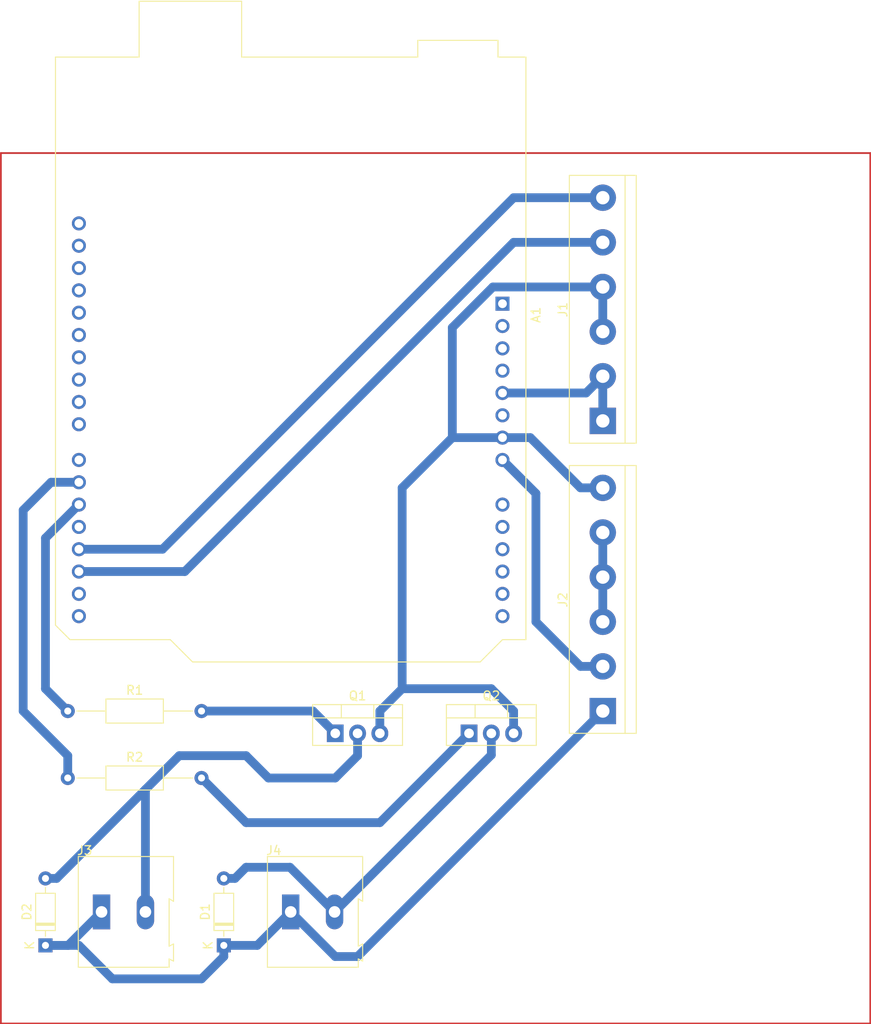
<source format=kicad_pcb>
(kicad_pcb (version 20211014) (generator pcbnew)
  (layers (0 "F.Cu" signal) (31 "B.Cu" signal) (34 "B.Paste" user) (35 "F.Paste" user) (36 "B.SilkS" user "B.Silkscreen") (37 "F.SilkS" user "F.Silkscreen") (38 "B.Mask" user) (39 "F.Mask" user) (44 "Edge.Cuts" user))
  (net 0 "")
  (net 1 "+5V")
  (net 2 "GND")
  (net 3 "D2")
  (net 4 "D3")
  (net 5 "+9V")
  (net 6 "Net-(J2-Pad3)")
  (net 7 "+6V")
  (net 8 "Net-(D2-Pad2)")
  (net 9 "Net-(J4-Pad2)")
  (net 10 "D5")
  (net 11 "Net-(Q1-Pad1)")
  (net 12 "D6")
  (net 13 "Net-(Q2-Pad1)")
  (footprint "TerminalBlock:TerminalBlock_Altech_AK300-2_P5.00mm" (layer "F.Cu") (at 92.75 129.54)
    (fp_text reference "J3" (at -1.92 -6.99) (layer "F.SilkS"))
    (fp_text value "Roda_2")
    (fp_line (start 8.2 3.65) (end 7.7 3.9) (layer "F.SilkS") (width 0.12))
    (fp_line (start 8.2 -6.3) (end -2.65 -6.3) (layer "F.SilkS") (width 0.12))
    (fp_line (start 7.7 5.35) (end 8.2 5.6) (layer "F.SilkS") (width 0.12))
    (fp_line (start 7.7 -1.5) (end 8.2 -1.2) (layer "F.SilkS") (width 0.12))
    (fp_line (start 8.2 5.6) (end 8.2 3.7) (layer "F.SilkS") (width 0.12))
    (fp_line (start 7.7 3.9) (end 7.7 -1.5) (layer "F.SilkS") (width 0.12))
    (fp_line (start -2.65 6.3) (end 7.7 6.3) (layer "F.SilkS") (width 0.12))
    (fp_line (start 7.7 6.3) (end 7.7 5.35) (layer "F.SilkS") (width 0.12))
    (fp_line (start -2.65 -6.3) (end -2.65 6.3) (layer "F.SilkS") (width 0.12))
    (fp_line (start 8.2 3.7) (end 8.2 3.65) (layer "F.SilkS") (width 0.12))
    (fp_line (start 8.2 -1.2) (end 8.2 -6.3) (layer "F.SilkS") (width 0.12))
    (pad "1" thru_hole rect locked (at 0 0) (size 1.98 3.96) (drill 1.32) (layers *.Cu *.Mask) (net 7 "+6V"))
    (pad "2" thru_hole oval locked (at 5 0) (size 1.98 3.96) (drill 1.32) (layers *.Cu *.Mask) (net 8 "Net-(D2-Pad2)"))
  )
  (footprint "Diode_THT:D_DO-35_SOD27_P7.62mm_Horizontal" (layer "F.Cu") (at 86.36 133.35 90)
    (fp_text reference "D2" (at 3.81 -2.12 90) (layer "F.SilkS"))
    (fp_text value "1N914")
    (fp_text user "K" (at 0 -1.8 90) (layer "F.SilkS"))
    (fp_line (start 5.93 1.12) (end 5.93 -1.12) (layer "F.SilkS") (width 0.12))
    (fp_line (start 1.04 0) (end 1.69 0) (layer "F.SilkS") (width 0.12))
    (fp_line (start 1.69 -1.12) (end 1.69 1.12) (layer "F.SilkS") (width 0.12))
    (fp_line (start 6.58 0) (end 5.93 0) (layer "F.SilkS") (width 0.12))
    (fp_line (start 2.29 -1.12) (end 2.29 1.12) (layer "F.SilkS") (width 0.12))
    (fp_line (start 2.41 -1.12) (end 2.41 1.12) (layer "F.SilkS") (width 0.12))
    (fp_line (start 5.93 -1.12) (end 1.69 -1.12) (layer "F.SilkS") (width 0.12))
    (fp_line (start 2.53 -1.12) (end 2.53 1.12) (layer "F.SilkS") (width 0.12))
    (fp_line (start 1.69 1.12) (end 5.93 1.12) (layer "F.SilkS") (width 0.12))
    (pad "1" thru_hole rect (at 0 0 90) (size 1.6 1.6) (drill 0.8) (layers *.Cu *.Mask) (net 7 "+6V"))
    (pad "2" thru_hole oval (at 7.62 0 90) (size 1.6 1.6) (drill 0.8) (layers *.Cu *.Mask) (net 8 "Net-(D2-Pad2)"))
  )
  (footprint "Package_TO_SOT_THT:TO-220-3_Vertical" (layer "F.Cu") (at 119.38 109.22)
    (fp_text reference "Q1" (at 2.54 -4.27) (layer "F.SilkS"))
    (fp_text value "TIP120")
    (fp_line (start 4.391 -3.27) (end 4.391 -1.76) (layer "F.SilkS") (width 0.12))
    (fp_line (start 7.66 -3.27) (end 7.66 1.371) (layer "F.SilkS") (width 0.12))
    (fp_line (start -2.58 -3.27) (end 7.66 -3.27) (layer "F.SilkS") (width 0.12))
    (fp_line (start -2.58 1.371) (end 7.66 1.371) (layer "F.SilkS") (width 0.12))
    (fp_line (start -2.58 -3.27) (end -2.58 1.371) (layer "F.SilkS") (width 0.12))
    (fp_line (start -2.58 -1.76) (end 7.66 -1.76) (layer "F.SilkS") (width 0.12))
    (fp_line (start 0.69 -3.27) (end 0.69 -1.76) (layer "F.SilkS") (width 0.12))
    (pad "1" thru_hole rect locked (at 0 0) (size 1.905 2) (drill 1.1) (layers *.Cu *.Mask) (net 11 "Net-(Q1-Pad1)"))
    (pad "2" thru_hole oval locked (at 2.54 0) (size 1.905 2) (drill 1.1) (layers *.Cu *.Mask) (net 8 "Net-(D2-Pad2)"))
    (pad "3" thru_hole oval locked (at 5.08 0) (size 1.905 2) (drill 1.1) (layers *.Cu *.Mask) (net 2 "GND"))
  )
  (footprint "Resistor_THT:R_Axial_DIN0207_L6.3mm_D2.5mm_P15.24mm_Horizontal" (layer "F.Cu") (at 88.9 114.3)
    (fp_text reference "R2" (at 7.62 -2.37) (layer "F.SilkS"))
    (fp_text value "R")
    (fp_line (start 10.89 -1.37) (end 4.35 -1.37) (layer "F.SilkS") (width 0.12))
    (fp_line (start 1.04 0) (end 4.35 0) (layer "F.SilkS") (width 0.12))
    (fp_line (start 14.2 0) (end 10.89 0) (layer "F.SilkS") (width 0.12))
    (fp_line (start 4.35 1.37) (end 10.89 1.37) (layer "F.SilkS") (width 0.12))
    (fp_line (start 4.35 -1.37) (end 4.35 1.37) (layer "F.SilkS") (width 0.12))
    (fp_line (start 10.89 1.37) (end 10.89 -1.37) (layer "F.SilkS") (width 0.12))
    (pad "1" thru_hole circle locked (at 0 0) (size 1.6 1.6) (drill 0.8) (layers *.Cu *.Mask) (net 12 "D6"))
    (pad "2" thru_hole oval locked (at 15.24 0) (size 1.6 1.6) (drill 0.8) (layers *.Cu *.Mask) (net 13 "Net-(Q2-Pad1)"))
  )
  (footprint "TerminalBlock:TerminalBlock_bornier-6_P5.08mm" (layer "F.Cu") (at 149.86 106.68 90)
    (fp_text reference "J2" (at 12.65 -4.55 90) (layer "F.SilkS"))
    (fp_text value "Pilhas_com_chave")
    (fp_line (start 27.94 3.81) (end 27.94 -3.81) (layer "F.SilkS") (width 0.12))
    (fp_line (start -2.54 3.81) (end 27.94 3.81) (layer "F.SilkS") (width 0.12))
    (fp_line (start -2.54 2.54) (end 27.94 2.54) (layer "F.SilkS") (width 0.12))
    (fp_line (start -2.54 -3.81) (end 27.94 -3.81) (layer "F.SilkS") (width 0.12))
    (fp_line (start -2.54 -3.81) (end -2.54 3.81) (layer "F.SilkS") (width 0.12))
    (pad "1" thru_hole rect locked (at 0 0 90) (size 3 3) (drill 1.52) (layers *.Cu *.Mask) (net 7 "+6V"))
    (pad "2" thru_hole circle locked (at 5.08 0 90) (size 3 3) (drill 1.52) (layers *.Cu *.Mask) (net 5 "+9V"))
    (pad "3" thru_hole circle locked (at 10.16 0 90) (size 3 3) (drill 1.52) (layers *.Cu *.Mask) (net 6 "Net-(J2-Pad3)"))
    (pad "4" thru_hole circle locked (at 15.24 0 90) (size 3 3) (drill 1.52) (layers *.Cu *.Mask) (net 6 "Net-(J2-Pad3)"))
    (pad "5" thru_hole circle locked (at 20.32 0 90) (size 3 3) (drill 1.52) (layers *.Cu *.Mask) (net 6 "Net-(J2-Pad3)"))
    (pad "6" thru_hole circle locked (at 25.4 0 90) (size 3 3) (drill 1.52) (layers *.Cu *.Mask) (net 2 "GND"))
  )
  (footprint "Module:Arduino_UNO_R3" (layer "F.Cu") (at 138.43 60.325 -90)
    (fp_text reference "A1" (at 1.27 -3.81 90) (layer "F.SilkS"))
    (fp_text value "Arduino_UNO_R3")
    (fp_line (start 40.77 2.54) (end 38.23 0) (layer "F.SilkS") (width 0.12))
    (fp_line (start -28.07 41.4) (end -28.07 50.93) (layer "F.SilkS") (width 0.12))
    (fp_line (start 38.23 -2.67) (end -28.07 -2.67) (layer "F.SilkS") (width 0.12))
    (fp_line (start 38.23 0) (end 38.23 -2.67) (layer "F.SilkS") (width 0.12))
    (fp_line (start 40.77 35.31) (end 40.77 2.54) (layer "F.SilkS") (width 0.12))
    (fp_line (start -28.07 50.93) (end 36.58 50.93) (layer "F.SilkS") (width 0.12))
    (fp_line (start 38.23 37.85) (end 40.77 35.31) (layer "F.SilkS") (width 0.12))
    (fp_line (start -28.07 29.72) (end -34.42 29.72) (layer "F.SilkS") (width 0.12))
    (fp_line (start -29.97 9.65) (end -28.07 9.65) (layer "F.SilkS") (width 0.12))
    (fp_line (start -29.97 0.51) (end -29.97 9.65) (layer "F.SilkS") (width 0.12))
    (fp_line (start 38.23 49.28) (end 38.23 37.85) (layer "F.SilkS") (width 0.12))
    (fp_line (start -28.07 9.65) (end -28.07 29.72) (layer "F.SilkS") (width 0.12))
    (fp_line (start 36.58 50.93) (end 38.23 49.28) (layer "F.SilkS") (width 0.12))
    (fp_line (start -28.07 -2.67) (end -28.07 0.51) (layer "F.SilkS") (width 0.12))
    (fp_line (start -34.42 41.4) (end -28.07 41.4) (layer "F.SilkS") (width 0.12))
    (fp_line (start -28.07 0.51) (end -29.97 0.51) (layer "F.SilkS") (width 0.12))
    (fp_line (start -34.42 29.72) (end -34.42 41.4) (layer "F.SilkS") (width 0.12))
    (pad "1" thru_hole rect locked (at 0 0) (size 1.6 1.6) (drill 1) (layers *.Cu *.Mask))
    (pad "2" thru_hole oval locked (at 2.54 0) (size 1.6 1.6) (drill 1) (layers *.Cu *.Mask))
    (pad "3" thru_hole oval locked (at 5.08 0) (size 1.6 1.6) (drill 1) (layers *.Cu *.Mask))
    (pad "4" thru_hole oval locked (at 7.62 0) (size 1.6 1.6) (drill 1) (layers *.Cu *.Mask))
    (pad "5" thru_hole oval locked (at 10.16 0) (size 1.6 1.6) (drill 1) (layers *.Cu *.Mask) (net 1 "+5V"))
    (pad "6" thru_hole oval locked (at 12.7 0) (size 1.6 1.6) (drill 1) (layers *.Cu *.Mask))
    (pad "7" thru_hole oval locked (at 15.24 0) (size 1.6 1.6) (drill 1) (layers *.Cu *.Mask) (net 2 "GND"))
    (pad "8" thru_hole oval locked (at 17.78 0) (size 1.6 1.6) (drill 1) (layers *.Cu *.Mask) (net 5 "+9V"))
    (pad "9" thru_hole oval locked (at 22.86 0) (size 1.6 1.6) (drill 1) (layers *.Cu *.Mask))
    (pad "10" thru_hole oval locked (at 25.4 0) (size 1.6 1.6) (drill 1) (layers *.Cu *.Mask))
    (pad "11" thru_hole oval locked (at 27.94 0) (size 1.6 1.6) (drill 1) (layers *.Cu *.Mask))
    (pad "12" thru_hole oval locked (at 30.48 0) (size 1.6 1.6) (drill 1) (layers *.Cu *.Mask))
    (pad "13" thru_hole oval locked (at 33.02 0) (size 1.6 1.6) (drill 1) (layers *.Cu *.Mask))
    (pad "14" thru_hole oval locked (at 35.56 0) (size 1.6 1.6) (drill 1) (layers *.Cu *.Mask))
    (pad "15" thru_hole oval locked (at 35.56 48.26) (size 1.6 1.6) (drill 1) (layers *.Cu *.Mask))
    (pad "16" thru_hole oval locked (at 33.02 48.26) (size 1.6 1.6) (drill 1) (layers *.Cu *.Mask))
    (pad "17" thru_hole oval locked (at 30.48 48.26) (size 1.6 1.6) (drill 1) (layers *.Cu *.Mask) (net 3 "D2"))
    (pad "18" thru_hole oval locked (at 27.94 48.26) (size 1.6 1.6) (drill 1) (layers *.Cu *.Mask) (net 4 "D3"))
    (pad "19" thru_hole oval locked (at 25.4 48.26) (size 1.6 1.6) (drill 1) (layers *.Cu *.Mask))
    (pad "20" thru_hole oval locked (at 22.86 48.26) (size 1.6 1.6) (drill 1) (layers *.Cu *.Mask) (net 10 "D5"))
    (pad "21" thru_hole oval locked (at 20.32 48.26) (size 1.6 1.6) (drill 1) (layers *.Cu *.Mask) (net 12 "D6"))
    (pad "22" thru_hole oval locked (at 17.78 48.26) (size 1.6 1.6) (drill 1) (layers *.Cu *.Mask))
    (pad "23" thru_hole oval locked (at 13.72 48.26) (size 1.6 1.6) (drill 1) (layers *.Cu *.Mask))
    (pad "24" thru_hole oval locked (at 11.18 48.26) (size 1.6 1.6) (drill 1) (layers *.Cu *.Mask))
    (pad "25" thru_hole oval locked (at 8.64 48.26) (size 1.6 1.6) (drill 1) (layers *.Cu *.Mask))
    (pad "26" thru_hole oval locked (at 6.1 48.26) (size 1.6 1.6) (drill 1) (layers *.Cu *.Mask))
    (pad "27" thru_hole oval locked (at 3.56 48.26) (size 1.6 1.6) (drill 1) (layers *.Cu *.Mask))
    (pad "28" thru_hole oval locked (at 1.02 48.26) (size 1.6 1.6) (drill 1) (layers *.Cu *.Mask))
    (pad "29" thru_hole oval locked (at -1.52 48.26) (size 1.6 1.6) (drill 1) (layers *.Cu *.Mask))
    (pad "30" thru_hole oval locked (at -4.06 48.26) (size 1.6 1.6) (drill 1) (layers *.Cu *.Mask))
    (pad "31" thru_hole oval locked (at -6.6 48.26) (size 1.6 1.6) (drill 1) (layers *.Cu *.Mask))
    (pad "32" thru_hole oval locked (at -9.14 48.26) (size 1.6 1.6) (drill 1) (layers *.Cu *.Mask))
  )
  (footprint "Package_TO_SOT_THT:TO-220-3_Vertical" (layer "F.Cu") (at 134.62 109.22)
    (fp_text reference "Q2" (at 2.54 -4.27) (layer "F.SilkS"))
    (fp_text value "TIP120")
    (fp_line (start -2.58 1.371) (end 7.66 1.371) (layer "F.SilkS") (width 0.12))
    (fp_line (start 7.66 -3.27) (end 7.66 1.371) (layer "F.SilkS") (width 0.12))
    (fp_line (start -2.58 -3.27) (end -2.58 1.371) (layer "F.SilkS") (width 0.12))
    (fp_line (start -2.58 -1.76) (end 7.66 -1.76) (layer "F.SilkS") (width 0.12))
    (fp_line (start 4.391 -3.27) (end 4.391 -1.76) (layer "F.SilkS") (width 0.12))
    (fp_line (start -2.58 -3.27) (end 7.66 -3.27) (layer "F.SilkS") (width 0.12))
    (fp_line (start 0.69 -3.27) (end 0.69 -1.76) (layer "F.SilkS") (width 0.12))
    (pad "1" thru_hole rect locked (at 0 0) (size 1.905 2) (drill 1.1) (layers *.Cu *.Mask) (net 13 "Net-(Q2-Pad1)"))
    (pad "2" thru_hole oval locked (at 2.54 0) (size 1.905 2) (drill 1.1) (layers *.Cu *.Mask) (net 9 "Net-(J4-Pad2)"))
    (pad "3" thru_hole oval locked (at 5.08 0) (size 1.905 2) (drill 1.1) (layers *.Cu *.Mask) (net 2 "GND"))
  )
  (footprint "TerminalBlock:TerminalBlock_Altech_AK300-2_P5.00mm" (layer "F.Cu") (at 114.3 129.54)
    (fp_text reference "J4" (at -1.92 -6.99) (layer "F.SilkS"))
    (fp_text value "Roda_1")
    (fp_line (start 8.2 3.7) (end 8.2 3.65) (layer "F.SilkS") (width 0.12))
    (fp_line (start 7.7 3.9) (end 7.7 -1.5) (layer "F.SilkS") (width 0.12))
    (fp_line (start 8.2 5.6) (end 8.2 3.7) (layer "F.SilkS") (width 0.12))
    (fp_line (start 7.7 5.35) (end 8.2 5.6) (layer "F.SilkS") (width 0.12))
    (fp_line (start 7.7 6.3) (end 7.7 5.35) (layer "F.SilkS") (width 0.12))
    (fp_line (start 7.7 -1.5) (end 8.2 -1.2) (layer "F.SilkS") (width 0.12))
    (fp_line (start -2.65 -6.3) (end -2.65 6.3) (layer "F.SilkS") (width 0.12))
    (fp_line (start 8.2 3.65) (end 7.7 3.9) (layer "F.SilkS") (width 0.12))
    (fp_line (start -2.65 6.3) (end 7.7 6.3) (layer "F.SilkS") (width 0.12))
    (fp_line (start 8.2 -1.2) (end 8.2 -6.3) (layer "F.SilkS") (width 0.12))
    (fp_line (start 8.2 -6.3) (end -2.65 -6.3) (layer "F.SilkS") (width 0.12))
    (pad "1" thru_hole rect locked (at 0 0) (size 1.98 3.96) (drill 1.32) (layers *.Cu *.Mask) (net 7 "+6V"))
    (pad "2" thru_hole oval locked (at 5 0) (size 1.98 3.96) (drill 1.32) (layers *.Cu *.Mask) (net 9 "Net-(J4-Pad2)"))
  )
  (footprint "TerminalBlock:TerminalBlock_bornier-6_P5.08mm" (layer "F.Cu") (at 149.86 73.66 90)
    (fp_text reference "J1" (at 12.65 -4.55 90) (layer "F.SilkS"))
    (fp_text value "Sensores")
    (fp_line (start -2.54 -3.81) (end -2.54 3.81) (layer "F.SilkS") (width 0.12))
    (fp_line (start 27.94 3.81) (end 27.94 -3.81) (layer "F.SilkS") (width 0.12))
    (fp_line (start -2.54 -3.81) (end 27.94 -3.81) (layer "F.SilkS") (width 0.12))
    (fp_line (start -2.54 3.81) (end 27.94 3.81) (layer "F.SilkS") (width 0.12))
    (fp_line (start -2.54 2.54) (end 27.94 2.54) (layer "F.SilkS") (width 0.12))
    (pad "1" thru_hole rect locked (at 0 0 90) (size 3 3) (drill 1.52) (layers *.Cu *.Mask) (net 1 "+5V"))
    (pad "2" thru_hole circle locked (at 5.08 0 90) (size 3 3) (drill 1.52) (layers *.Cu *.Mask) (net 1 "+5V"))
    (pad "3" thru_hole circle locked (at 10.16 0 90) (size 3 3) (drill 1.52) (layers *.Cu *.Mask) (net 2 "GND"))
    (pad "4" thru_hole circle locked (at 15.24 0 90) (size 3 3) (drill 1.52) (layers *.Cu *.Mask) (net 2 "GND"))
    (pad "5" thru_hole circle locked (at 20.32 0 90) (size 3 3) (drill 1.52) (layers *.Cu *.Mask) (net 3 "D2"))
    (pad "6" thru_hole circle locked (at 25.4 0 90) (size 3 3) (drill 1.52) (layers *.Cu *.Mask) (net 4 "D3"))
  )
  (footprint "Resistor_THT:R_Axial_DIN0207_L6.3mm_D2.5mm_P15.24mm_Horizontal" (layer "F.Cu") (at 88.9 106.68)
    (fp_text reference "R1" (at 7.62 -2.37) (layer "F.SilkS"))
    (fp_text value "R")
    (fp_line (start 4.35 -1.37) (end 4.35 1.37) (layer "F.SilkS") (width 0.12))
    (fp_line (start 4.35 1.37) (end 10.89 1.37) (layer "F.SilkS") (width 0.12))
    (fp_line (start 14.2 0) (end 10.89 0) (layer "F.SilkS") (width 0.12))
    (fp_line (start 1.04 0) (end 4.35 0) (layer "F.SilkS") (width 0.12))
    (fp_line (start 10.89 -1.37) (end 4.35 -1.37) (layer "F.SilkS") (width 0.12))
    (fp_line (start 10.89 1.37) (end 10.89 -1.37) (layer "F.SilkS") (width 0.12))
    (pad "1" thru_hole circle locked (at 0 0) (size 1.6 1.6) (drill 0.8) (layers *.Cu *.Mask) (net 10 "D5"))
    (pad "2" thru_hole oval locked (at 15.24 0) (size 1.6 1.6) (drill 0.8) (layers *.Cu *.Mask) (net 11 "Net-(Q1-Pad1)"))
  )
  (footprint "Diode_THT:D_DO-35_SOD27_P7.62mm_Horizontal" (layer "F.Cu") (at 106.68 133.35 90)
    (fp_text reference "D1" (at 3.81 -2.12 90) (layer "F.SilkS"))
    (fp_text value "1N914")
    (fp_text user "K" (at 0 -1.8 90) (layer "F.SilkS"))
    (fp_line (start 2.53 -1.12) (end 2.53 1.12) (layer "F.SilkS") (width 0.12))
    (fp_line (start 2.41 -1.12) (end 2.41 1.12) (layer "F.SilkS") (width 0.12))
    (fp_line (start 6.58 0) (end 5.93 0) (layer "F.SilkS") (width 0.12))
    (fp_line (start 1.04 0) (end 1.69 0) (layer "F.SilkS") (width 0.12))
    (fp_line (start 1.69 1.12) (end 5.93 1.12) (layer "F.SilkS") (width 0.12))
    (fp_line (start 2.29 -1.12) (end 2.29 1.12) (layer "F.SilkS") (width 0.12))
    (fp_line (start 5.93 1.12) (end 5.93 -1.12) (layer "F.SilkS") (width 0.12))
    (fp_line (start 1.69 -1.12) (end 1.69 1.12) (layer "F.SilkS") (width 0.12))
    (fp_line (start 5.93 -1.12) (end 1.69 -1.12) (layer "F.SilkS") (width 0.12))
    (pad "1" thru_hole rect (at 0 0 90) (size 1.6 1.6) (drill 0.8) (layers *.Cu *.Mask) (net 7 "+6V"))
    (pad "2" thru_hole oval (at 7.62 0 90) (size 1.6 1.6) (drill 0.8) (layers *.Cu *.Mask) (net 9 "Net-(J4-Pad2)"))
  )
  (gr_line (start 180.34 43.18) (end 81.28 43.18) (layer "F.Cu") (width 0.2))
  (gr_line (start 81.28 142.24) (end 180.34 142.24) (layer "F.Cu") (width 0.2))
  (gr_line (start 81.28 43.18) (end 81.28 142.24) (layer "F.Cu") (width 0.2))
  (gr_line (start 180.34 142.24) (end 180.34 43.18) (layer "F.Cu") (width 0.2))
  (segment (start 149.86 73.66) (end 149.86 68.58) (width 1) (layer "B.Cu") (net 1))
  (segment (start 149.86 68.58) (end 147.955 70.485) (width 1) (layer "B.Cu") (net 1))
  (segment (start 147.955 70.485) (end 138.43 70.485) (width 1) (layer "B.Cu") (net 1))
  (segment (start 149.86 81.28) (end 147.32 81.28) (width 1) (layer "B.Cu") (net 2))
  (segment (start 132.715 75.565) (end 127 81.28) (width 1) (layer "B.Cu") (net 2))
  (segment (start 141.605 75.565) (end 138.43 75.565) (width 1) (layer "B.Cu") (net 2))
  (segment (start 137.16 104.14) (end 139.7 106.68) (width 1) (layer "B.Cu") (net 2))
  (segment (start 138.43 75.565) (end 132.715 75.565) (width 1) (layer "B.Cu") (net 2))
  (segment (start 127 81.28) (end 127 104.14) (width 1) (layer "B.Cu") (net 2))
  (segment (start 132.715 75.565) (end 132.715 63.040978) (width 1) (layer "B.Cu") (net 2))
  (segment (start 139.7 106.68) (end 139.7 109.22) (width 1) (layer "B.Cu") (net 2))
  (segment (start 127 104.14) (end 124.46 106.68) (width 1) (layer "B.Cu") (net 2))
  (segment (start 149.86 58.42) (end 137.335978 58.42) (width 1) (layer "B.Cu") (net 2))
  (segment (start 127 104.14) (end 137.16 104.14) (width 1) (layer "B.Cu") (net 2))
  (segment (start 124.46 106.68) (end 124.46 109.22) (width 1) (layer "B.Cu") (net 2))
  (segment (start 149.86 58.42) (end 149.86 63.5) (width 1) (layer "B.Cu") (net 2))
  (segment (start 147.32 81.28) (end 141.605 75.565) (width 1) (layer "B.Cu") (net 2))
  (segment (start 132.715 63.040978) (end 137.335978 58.42) (width 1) (layer "B.Cu") (net 2))
  (segment (start 139.7 53.34) (end 102.235 90.805) (width 1) (layer "B.Cu") (net 3))
  (segment (start 149.86 53.34) (end 139.7 53.34) (width 1) (layer "B.Cu") (net 3))
  (segment (start 102.235 90.805) (end 90.17 90.805) (width 1) (layer "B.Cu") (net 3))
  (segment (start 139.7 48.26) (end 99.695 88.265) (width 1) (layer "B.Cu") (net 4))
  (segment (start 99.695 88.265) (end 90.17 88.265) (width 1) (layer "B.Cu") (net 4))
  (segment (start 149.86 48.26) (end 139.7 48.26) (width 1) (layer "B.Cu") (net 4))
  (segment (start 138.43 78.105) (end 142.24 81.915) (width 1) (layer "B.Cu") (net 5))
  (segment (start 142.24 81.915) (end 142.24 96.52) (width 1) (layer "B.Cu") (net 5))
  (segment (start 147.32 101.6) (end 149.86 101.6) (width 1) (layer "B.Cu") (net 5))
  (segment (start 142.24 96.52) (end 147.32 101.6) (width 1) (layer "B.Cu") (net 5))
  (segment (start 149.86 96.52) (end 149.86 91.44) (width 1) (layer "B.Cu") (net 6))
  (segment (start 149.86 86.36) (end 149.86 91.44) (width 1) (layer "B.Cu") (net 6))
  (segment (start 104.14 137.16) (end 106.68 134.62) (width 1) (layer "B.Cu") (net 7))
  (segment (start 119.38 134.62) (end 114.3 129.54) (width 1) (layer "B.Cu") (net 7))
  (segment (start 86.36 133.35) (end 90.17 133.35) (width 1) (layer "B.Cu") (net 7))
  (segment (start 88.94 133.35) (end 92.75 129.54) (width 1) (layer "B.Cu") (net 7))
  (segment (start 110.49 133.35) (end 114.3 129.54) (width 1) (layer "B.Cu") (net 7))
  (segment (start 86.36 133.35) (end 88.94 133.35) (width 1) (layer "B.Cu") (net 7))
  (segment (start 106.68 133.35) (end 110.49 133.35) (width 1) (layer "B.Cu") (net 7))
  (segment (start 149.86 106.68) (end 121.92 134.62) (width 1) (layer "B.Cu") (net 7))
  (segment (start 106.68 134.62) (end 106.68 133.35) (width 1) (layer "B.Cu") (net 7))
  (segment (start 93.98 137.16) (end 104.14 137.16) (width 1) (layer "B.Cu") (net 7))
  (segment (start 121.92 134.62) (end 119.38 134.62) (width 1) (layer "B.Cu") (net 7))
  (segment (start 90.17 133.35) (end 93.98 137.16) (width 1) (layer "B.Cu") (net 7))
  (segment (start 87.63 125.73) (end 97.75 115.61) (width 1) (layer "B.Cu") (net 8))
  (segment (start 121.92 109.22) (end 121.92 111.76) (width 1) (layer "B.Cu") (net 8))
  (segment (start 109.22 111.76) (end 101.6 111.76) (width 1) (layer "B.Cu") (net 8))
  (segment (start 97.75 129.54) (end 97.75 115.61) (width 1) (layer "B.Cu") (net 8))
  (segment (start 111.76 114.3) (end 109.22 111.76) (width 1) (layer "B.Cu") (net 8))
  (segment (start 119.38 114.3) (end 111.76 114.3) (width 1) (layer "B.Cu") (net 8))
  (segment (start 97.75 115.61) (end 101.6 111.76) (width 1) (layer "B.Cu") (net 8))
  (segment (start 86.36 125.73) (end 87.63 125.73) (width 1) (layer "B.Cu") (net 8))
  (segment (start 121.92 111.76) (end 119.38 114.3) (width 1) (layer "B.Cu") (net 8))
  (segment (start 137.16 111.68) (end 119.3 129.54) (width 1) (layer "B.Cu") (net 9))
  (segment (start 106.68 125.73) (end 107.95 125.73) (width 1) (layer "B.Cu") (net 9))
  (segment (start 109.22 124.46) (end 114.22 124.46) (width 1) (layer "B.Cu") (net 9))
  (segment (start 114.22 124.46) (end 119.3 129.54) (width 1) (layer "B.Cu") (net 9))
  (segment (start 137.16 109.22) (end 137.16 111.68) (width 1) (layer "B.Cu") (net 9))
  (segment (start 107.95 125.73) (end 109.22 124.46) (width 1) (layer "B.Cu") (net 9))
  (segment (start 86.36 86.995) (end 90.17 83.185) (width 1) (layer "B.Cu") (net 10))
  (segment (start 86.36 104.14) (end 86.36 86.995) (width 1) (layer "B.Cu") (net 10))
  (segment (start 88.9 106.68) (end 86.36 104.14) (width 1) (layer "B.Cu") (net 10))
  (segment (start 116.84 106.68) (end 119.38 109.22) (width 1) (layer "B.Cu") (net 11))
  (segment (start 104.14 106.68) (end 116.84 106.68) (width 1) (layer "B.Cu") (net 11))
  (segment (start 83.82 106.68) (end 88.9 111.76) (width 1) (layer "B.Cu") (net 12))
  (segment (start 86.995 80.645) (end 83.82 83.82) (width 1) (layer "B.Cu") (net 12))
  (segment (start 88.9 111.76) (end 88.9 114.3) (width 1) (layer "B.Cu") (net 12))
  (segment (start 83.82 83.82) (end 83.82 106.68) (width 1) (layer "B.Cu") (net 12))
  (segment (start 90.17 80.645) (end 86.995 80.645) (width 1) (layer "B.Cu") (net 12))
  (segment (start 109.22 119.38) (end 124.46 119.38) (width 1) (layer "B.Cu") (net 13))
  (segment (start 124.46 119.38) (end 134.62 109.22) (width 1) (layer "B.Cu") (net 13))
  (segment (start 104.14 114.3) (end 109.22 119.38) (width 1) (layer "B.Cu") (net 13))
)
</source>
